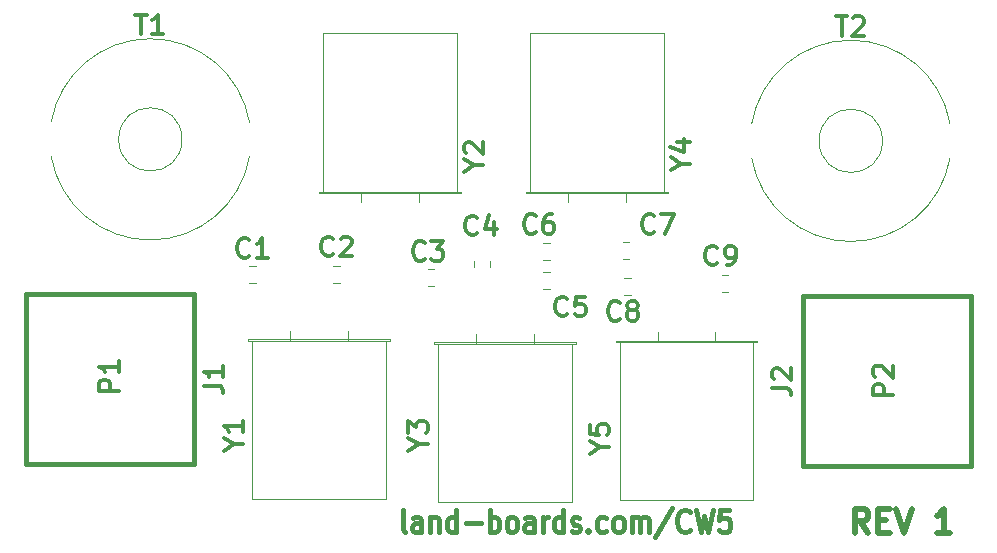
<source format=gbr>
G04 #@! TF.GenerationSoftware,KiCad,Pcbnew,(5.1.5)-3*
G04 #@! TF.CreationDate,2021-08-17T20:52:24-04:00*
G04 #@! TF.ProjectId,CW5,4357352e-6b69-4636-9164-5f7063625858,1*
G04 #@! TF.SameCoordinates,Original*
G04 #@! TF.FileFunction,Legend,Top*
G04 #@! TF.FilePolarity,Positive*
%FSLAX46Y46*%
G04 Gerber Fmt 4.6, Leading zero omitted, Abs format (unit mm)*
G04 Created by KiCad (PCBNEW (5.1.5)-3) date 2021-08-17 20:52:24*
%MOMM*%
%LPD*%
G04 APERTURE LIST*
%ADD10C,0.500000*%
%ADD11C,0.412750*%
%ADD12C,0.381000*%
%ADD13C,0.120000*%
%ADD14C,0.304800*%
G04 APERTURE END LIST*
D10*
X103588857Y-91595161D02*
X102922190Y-90642780D01*
X102446000Y-91595161D02*
X102446000Y-89595161D01*
X103207904Y-89595161D01*
X103398380Y-89690400D01*
X103493619Y-89785638D01*
X103588857Y-89976114D01*
X103588857Y-90261828D01*
X103493619Y-90452304D01*
X103398380Y-90547542D01*
X103207904Y-90642780D01*
X102446000Y-90642780D01*
X104446000Y-90547542D02*
X105112666Y-90547542D01*
X105398380Y-91595161D02*
X104446000Y-91595161D01*
X104446000Y-89595161D01*
X105398380Y-89595161D01*
X105969809Y-89595161D02*
X106636476Y-91595161D01*
X107303142Y-89595161D01*
X110541238Y-91595161D02*
X109398380Y-91595161D01*
X109969809Y-91595161D02*
X109969809Y-89595161D01*
X109779333Y-89880876D01*
X109588857Y-90071352D01*
X109398380Y-90166590D01*
D11*
X64396904Y-91552185D02*
X64239666Y-91461471D01*
X64161047Y-91280042D01*
X64161047Y-89647185D01*
X65733428Y-91552185D02*
X65733428Y-90554328D01*
X65654809Y-90372900D01*
X65497571Y-90282185D01*
X65183095Y-90282185D01*
X65025857Y-90372900D01*
X65733428Y-91461471D02*
X65576190Y-91552185D01*
X65183095Y-91552185D01*
X65025857Y-91461471D01*
X64947238Y-91280042D01*
X64947238Y-91098614D01*
X65025857Y-90917185D01*
X65183095Y-90826471D01*
X65576190Y-90826471D01*
X65733428Y-90735757D01*
X66519619Y-90282185D02*
X66519619Y-91552185D01*
X66519619Y-90463614D02*
X66598238Y-90372900D01*
X66755476Y-90282185D01*
X66991333Y-90282185D01*
X67148571Y-90372900D01*
X67227190Y-90554328D01*
X67227190Y-91552185D01*
X68720952Y-91552185D02*
X68720952Y-89647185D01*
X68720952Y-91461471D02*
X68563714Y-91552185D01*
X68249238Y-91552185D01*
X68092000Y-91461471D01*
X68013380Y-91370757D01*
X67934761Y-91189328D01*
X67934761Y-90645042D01*
X68013380Y-90463614D01*
X68092000Y-90372900D01*
X68249238Y-90282185D01*
X68563714Y-90282185D01*
X68720952Y-90372900D01*
X69507142Y-90826471D02*
X70765047Y-90826471D01*
X71551238Y-91552185D02*
X71551238Y-89647185D01*
X71551238Y-90372900D02*
X71708476Y-90282185D01*
X72022952Y-90282185D01*
X72180190Y-90372900D01*
X72258809Y-90463614D01*
X72337428Y-90645042D01*
X72337428Y-91189328D01*
X72258809Y-91370757D01*
X72180190Y-91461471D01*
X72022952Y-91552185D01*
X71708476Y-91552185D01*
X71551238Y-91461471D01*
X73280857Y-91552185D02*
X73123619Y-91461471D01*
X73045000Y-91370757D01*
X72966380Y-91189328D01*
X72966380Y-90645042D01*
X73045000Y-90463614D01*
X73123619Y-90372900D01*
X73280857Y-90282185D01*
X73516714Y-90282185D01*
X73673952Y-90372900D01*
X73752571Y-90463614D01*
X73831190Y-90645042D01*
X73831190Y-91189328D01*
X73752571Y-91370757D01*
X73673952Y-91461471D01*
X73516714Y-91552185D01*
X73280857Y-91552185D01*
X75246333Y-91552185D02*
X75246333Y-90554328D01*
X75167714Y-90372900D01*
X75010476Y-90282185D01*
X74696000Y-90282185D01*
X74538761Y-90372900D01*
X75246333Y-91461471D02*
X75089095Y-91552185D01*
X74696000Y-91552185D01*
X74538761Y-91461471D01*
X74460142Y-91280042D01*
X74460142Y-91098614D01*
X74538761Y-90917185D01*
X74696000Y-90826471D01*
X75089095Y-90826471D01*
X75246333Y-90735757D01*
X76032523Y-91552185D02*
X76032523Y-90282185D01*
X76032523Y-90645042D02*
X76111142Y-90463614D01*
X76189761Y-90372900D01*
X76347000Y-90282185D01*
X76504238Y-90282185D01*
X77762142Y-91552185D02*
X77762142Y-89647185D01*
X77762142Y-91461471D02*
X77604904Y-91552185D01*
X77290428Y-91552185D01*
X77133190Y-91461471D01*
X77054571Y-91370757D01*
X76975952Y-91189328D01*
X76975952Y-90645042D01*
X77054571Y-90463614D01*
X77133190Y-90372900D01*
X77290428Y-90282185D01*
X77604904Y-90282185D01*
X77762142Y-90372900D01*
X78469714Y-91461471D02*
X78626952Y-91552185D01*
X78941428Y-91552185D01*
X79098666Y-91461471D01*
X79177285Y-91280042D01*
X79177285Y-91189328D01*
X79098666Y-91007900D01*
X78941428Y-90917185D01*
X78705571Y-90917185D01*
X78548333Y-90826471D01*
X78469714Y-90645042D01*
X78469714Y-90554328D01*
X78548333Y-90372900D01*
X78705571Y-90282185D01*
X78941428Y-90282185D01*
X79098666Y-90372900D01*
X79884857Y-91370757D02*
X79963476Y-91461471D01*
X79884857Y-91552185D01*
X79806238Y-91461471D01*
X79884857Y-91370757D01*
X79884857Y-91552185D01*
X81378619Y-91461471D02*
X81221380Y-91552185D01*
X80906904Y-91552185D01*
X80749666Y-91461471D01*
X80671047Y-91370757D01*
X80592428Y-91189328D01*
X80592428Y-90645042D01*
X80671047Y-90463614D01*
X80749666Y-90372900D01*
X80906904Y-90282185D01*
X81221380Y-90282185D01*
X81378619Y-90372900D01*
X82322047Y-91552185D02*
X82164809Y-91461471D01*
X82086190Y-91370757D01*
X82007571Y-91189328D01*
X82007571Y-90645042D01*
X82086190Y-90463614D01*
X82164809Y-90372900D01*
X82322047Y-90282185D01*
X82557904Y-90282185D01*
X82715142Y-90372900D01*
X82793761Y-90463614D01*
X82872380Y-90645042D01*
X82872380Y-91189328D01*
X82793761Y-91370757D01*
X82715142Y-91461471D01*
X82557904Y-91552185D01*
X82322047Y-91552185D01*
X83579952Y-91552185D02*
X83579952Y-90282185D01*
X83579952Y-90463614D02*
X83658571Y-90372900D01*
X83815809Y-90282185D01*
X84051666Y-90282185D01*
X84208904Y-90372900D01*
X84287523Y-90554328D01*
X84287523Y-91552185D01*
X84287523Y-90554328D02*
X84366142Y-90372900D01*
X84523380Y-90282185D01*
X84759238Y-90282185D01*
X84916476Y-90372900D01*
X84995095Y-90554328D01*
X84995095Y-91552185D01*
X86960571Y-89556471D02*
X85545428Y-92005757D01*
X88454333Y-91370757D02*
X88375714Y-91461471D01*
X88139857Y-91552185D01*
X87982619Y-91552185D01*
X87746761Y-91461471D01*
X87589523Y-91280042D01*
X87510904Y-91098614D01*
X87432285Y-90735757D01*
X87432285Y-90463614D01*
X87510904Y-90100757D01*
X87589523Y-89919328D01*
X87746761Y-89737900D01*
X87982619Y-89647185D01*
X88139857Y-89647185D01*
X88375714Y-89737900D01*
X88454333Y-89828614D01*
X89004666Y-89647185D02*
X89397761Y-91552185D01*
X89712238Y-90191471D01*
X90026714Y-91552185D01*
X90419809Y-89647185D01*
X91834952Y-89647185D02*
X91048761Y-89647185D01*
X90970142Y-90554328D01*
X91048761Y-90463614D01*
X91206000Y-90372900D01*
X91599095Y-90372900D01*
X91756333Y-90463614D01*
X91834952Y-90554328D01*
X91913571Y-90735757D01*
X91913571Y-91189328D01*
X91834952Y-91370757D01*
X91756333Y-91461471D01*
X91599095Y-91552185D01*
X91206000Y-91552185D01*
X91048761Y-91461471D01*
X90970142Y-91370757D01*
D12*
X46476600Y-85813600D02*
X32275460Y-85813600D01*
X32280540Y-85818680D02*
X32280540Y-71419420D01*
X32275460Y-71414340D02*
X46476600Y-71414340D01*
X46494380Y-85813600D02*
X46494380Y-71414340D01*
X98071620Y-71564200D02*
X98071620Y-85963460D01*
X112290540Y-85963460D02*
X98089400Y-85963460D01*
X112285460Y-71559120D02*
X112285460Y-85958380D01*
X98089400Y-71564200D02*
X112290540Y-71564200D01*
D13*
X51430000Y-75345400D02*
X51430000Y-88745400D01*
X51430000Y-88745400D02*
X62730000Y-88745400D01*
X62730000Y-88745400D02*
X62730000Y-75345400D01*
X62730000Y-75345400D02*
X51430000Y-75345400D01*
X54630000Y-75345400D02*
X54630000Y-74495400D01*
X54630000Y-74495400D02*
X54630000Y-74495400D01*
X59530000Y-75345400D02*
X59530000Y-74495400D01*
X59530000Y-74495400D02*
X59530000Y-74495400D01*
X51080000Y-75345400D02*
X51080000Y-75225400D01*
X51080000Y-75225400D02*
X63080000Y-75225400D01*
X63080000Y-75225400D02*
X63080000Y-75345400D01*
X63080000Y-75345400D02*
X51080000Y-75345400D01*
X68752000Y-62728400D02*
X68752000Y-49328400D01*
X68752000Y-49328400D02*
X57452000Y-49328400D01*
X57452000Y-49328400D02*
X57452000Y-62728400D01*
X57452000Y-62728400D02*
X68752000Y-62728400D01*
X65552000Y-62728400D02*
X65552000Y-63578400D01*
X65552000Y-63578400D02*
X65552000Y-63578400D01*
X60652000Y-62728400D02*
X60652000Y-63578400D01*
X60652000Y-63578400D02*
X60652000Y-63578400D01*
X69102000Y-62728400D02*
X69102000Y-62848400D01*
X69102000Y-62848400D02*
X57102000Y-62848400D01*
X57102000Y-62848400D02*
X57102000Y-62728400D01*
X57102000Y-62728400D02*
X69102000Y-62728400D01*
X78828000Y-75599400D02*
X66828000Y-75599400D01*
X78828000Y-75479400D02*
X78828000Y-75599400D01*
X66828000Y-75479400D02*
X78828000Y-75479400D01*
X66828000Y-75599400D02*
X66828000Y-75479400D01*
X75278000Y-74749400D02*
X75278000Y-74749400D01*
X75278000Y-75599400D02*
X75278000Y-74749400D01*
X70378000Y-74749400D02*
X70378000Y-74749400D01*
X70378000Y-75599400D02*
X70378000Y-74749400D01*
X78478000Y-75599400D02*
X67178000Y-75599400D01*
X78478000Y-88999400D02*
X78478000Y-75599400D01*
X67178000Y-88999400D02*
X78478000Y-88999400D01*
X67178000Y-75599400D02*
X67178000Y-88999400D01*
X86278000Y-62728400D02*
X86278000Y-49328400D01*
X86278000Y-49328400D02*
X74978000Y-49328400D01*
X74978000Y-49328400D02*
X74978000Y-62728400D01*
X74978000Y-62728400D02*
X86278000Y-62728400D01*
X83078000Y-62728400D02*
X83078000Y-63578400D01*
X83078000Y-63578400D02*
X83078000Y-63578400D01*
X78178000Y-62728400D02*
X78178000Y-63578400D01*
X78178000Y-63578400D02*
X78178000Y-63578400D01*
X86628000Y-62728400D02*
X86628000Y-62848400D01*
X86628000Y-62848400D02*
X74628000Y-62848400D01*
X74628000Y-62848400D02*
X74628000Y-62728400D01*
X74628000Y-62728400D02*
X86628000Y-62728400D01*
X94195000Y-75472400D02*
X82195000Y-75472400D01*
X94195000Y-75352400D02*
X94195000Y-75472400D01*
X82195000Y-75352400D02*
X94195000Y-75352400D01*
X82195000Y-75472400D02*
X82195000Y-75352400D01*
X90645000Y-74622400D02*
X90645000Y-74622400D01*
X90645000Y-75472400D02*
X90645000Y-74622400D01*
X85745000Y-74622400D02*
X85745000Y-74622400D01*
X85745000Y-75472400D02*
X85745000Y-74622400D01*
X93845000Y-75472400D02*
X82545000Y-75472400D01*
X93845000Y-88872400D02*
X93845000Y-75472400D01*
X82545000Y-88872400D02*
X93845000Y-88872400D01*
X82545000Y-75472400D02*
X82545000Y-88872400D01*
X51196974Y-56845400D02*
G75*
G03X34409026Y-56845400I-8393974J-1460000D01*
G01*
X51196974Y-59765400D02*
G75*
G02X34409026Y-59765400I-8393974J1460000D01*
G01*
X45483000Y-58305400D02*
G75*
G03X45483000Y-58305400I-2680000J0D01*
G01*
X104792000Y-58432400D02*
G75*
G03X104792000Y-58432400I-2680000J0D01*
G01*
X110505974Y-59892400D02*
G75*
G02X93718026Y-59892400I-8393974J1460000D01*
G01*
X110505974Y-56972400D02*
G75*
G03X93718026Y-56972400I-8393974J-1460000D01*
G01*
X51716252Y-69025400D02*
X51193748Y-69025400D01*
X51716252Y-70445400D02*
X51193748Y-70445400D01*
X58828252Y-70445400D02*
X58305748Y-70445400D01*
X58828252Y-69025400D02*
X58305748Y-69025400D01*
X66306748Y-70699400D02*
X66829252Y-70699400D01*
X66306748Y-69279400D02*
X66829252Y-69279400D01*
X70176000Y-69107652D02*
X70176000Y-68585148D01*
X71596000Y-69107652D02*
X71596000Y-68585148D01*
X76085748Y-70953400D02*
X76608252Y-70953400D01*
X76085748Y-69533400D02*
X76608252Y-69533400D01*
X76085748Y-67120400D02*
X76608252Y-67120400D01*
X76085748Y-68540400D02*
X76608252Y-68540400D01*
X82816748Y-66993400D02*
X83339252Y-66993400D01*
X82816748Y-68413400D02*
X83339252Y-68413400D01*
X83466252Y-70041400D02*
X82943748Y-70041400D01*
X83466252Y-71461400D02*
X82943748Y-71461400D01*
X91198748Y-69787400D02*
X91721252Y-69787400D01*
X91198748Y-71207400D02*
X91721252Y-71207400D01*
D14*
X47337780Y-79150333D02*
X48517066Y-79150333D01*
X48752923Y-79228952D01*
X48910161Y-79386190D01*
X48988780Y-79622047D01*
X48988780Y-79779285D01*
X48988780Y-77499333D02*
X48988780Y-78442761D01*
X48988780Y-77971047D02*
X47337780Y-77971047D01*
X47573638Y-78128285D01*
X47730876Y-78285523D01*
X47809495Y-78442761D01*
X95419980Y-79328133D02*
X96599266Y-79328133D01*
X96835123Y-79406752D01*
X96992361Y-79563990D01*
X97070980Y-79799847D01*
X97070980Y-79957085D01*
X95577219Y-78620561D02*
X95498600Y-78541942D01*
X95419980Y-78384704D01*
X95419980Y-77991609D01*
X95498600Y-77834371D01*
X95577219Y-77755752D01*
X95734457Y-77677133D01*
X95891695Y-77677133D01*
X96127552Y-77755752D01*
X97070980Y-78699180D01*
X97070980Y-77677133D01*
X40136880Y-79589995D02*
X38485880Y-79589995D01*
X38485880Y-78961042D01*
X38564500Y-78803804D01*
X38643119Y-78725185D01*
X38800357Y-78646566D01*
X39036214Y-78646566D01*
X39193452Y-78725185D01*
X39272071Y-78803804D01*
X39350690Y-78961042D01*
X39350690Y-79589995D01*
X40136880Y-77074185D02*
X40136880Y-78017614D01*
X40136880Y-77545900D02*
X38485880Y-77545900D01*
X38721738Y-77703138D01*
X38878976Y-77860376D01*
X38957595Y-78017614D01*
X105668880Y-79970995D02*
X104017880Y-79970995D01*
X104017880Y-79342042D01*
X104096500Y-79184804D01*
X104175119Y-79106185D01*
X104332357Y-79027566D01*
X104568214Y-79027566D01*
X104725452Y-79106185D01*
X104804071Y-79184804D01*
X104882690Y-79342042D01*
X104882690Y-79970995D01*
X104175119Y-78398614D02*
X104096500Y-78319995D01*
X104017880Y-78162757D01*
X104017880Y-77769661D01*
X104096500Y-77612423D01*
X104175119Y-77533804D01*
X104332357Y-77455185D01*
X104489595Y-77455185D01*
X104725452Y-77533804D01*
X105668880Y-78477233D01*
X105668880Y-77455185D01*
X49891690Y-84110590D02*
X50677880Y-84110590D01*
X49026880Y-84660923D02*
X49891690Y-84110590D01*
X49026880Y-83560257D01*
X50677880Y-82145114D02*
X50677880Y-83088542D01*
X50677880Y-82616828D02*
X49026880Y-82616828D01*
X49262738Y-82774066D01*
X49419976Y-82931304D01*
X49498595Y-83088542D01*
X70211690Y-60488590D02*
X70997880Y-60488590D01*
X69346880Y-61038923D02*
X70211690Y-60488590D01*
X69346880Y-59938257D01*
X69504119Y-59466542D02*
X69425500Y-59387923D01*
X69346880Y-59230685D01*
X69346880Y-58837590D01*
X69425500Y-58680352D01*
X69504119Y-58601733D01*
X69661357Y-58523114D01*
X69818595Y-58523114D01*
X70054452Y-58601733D01*
X70997880Y-59545161D01*
X70997880Y-58523114D01*
X65512690Y-84110590D02*
X66298880Y-84110590D01*
X64647880Y-84660923D02*
X65512690Y-84110590D01*
X64647880Y-83560257D01*
X64647880Y-83167161D02*
X64647880Y-82145114D01*
X65276833Y-82695447D01*
X65276833Y-82459590D01*
X65355452Y-82302352D01*
X65434071Y-82223733D01*
X65591309Y-82145114D01*
X65984404Y-82145114D01*
X66141642Y-82223733D01*
X66220261Y-82302352D01*
X66298880Y-82459590D01*
X66298880Y-82931304D01*
X66220261Y-83088542D01*
X66141642Y-83167161D01*
X87737690Y-60361590D02*
X88523880Y-60361590D01*
X86872880Y-60911923D02*
X87737690Y-60361590D01*
X86872880Y-59811257D01*
X87423214Y-58553352D02*
X88523880Y-58553352D01*
X86794261Y-58946447D02*
X87973547Y-59339542D01*
X87973547Y-58317495D01*
X80879690Y-84364590D02*
X81665880Y-84364590D01*
X80014880Y-84914923D02*
X80879690Y-84364590D01*
X80014880Y-83814257D01*
X80014880Y-82477733D02*
X80014880Y-83263923D01*
X80801071Y-83342542D01*
X80722452Y-83263923D01*
X80643833Y-83106685D01*
X80643833Y-82713590D01*
X80722452Y-82556352D01*
X80801071Y-82477733D01*
X80958309Y-82399114D01*
X81351404Y-82399114D01*
X81508642Y-82477733D01*
X81587261Y-82556352D01*
X81665880Y-82713590D01*
X81665880Y-83106685D01*
X81587261Y-83263923D01*
X81508642Y-83342542D01*
X41545095Y-47751280D02*
X42488523Y-47751280D01*
X42016809Y-49402280D02*
X42016809Y-47751280D01*
X43903666Y-49402280D02*
X42960238Y-49402280D01*
X43431952Y-49402280D02*
X43431952Y-47751280D01*
X43274714Y-47987138D01*
X43117476Y-48144376D01*
X42960238Y-48222995D01*
X100854095Y-47878280D02*
X101797523Y-47878280D01*
X101325809Y-49529280D02*
X101325809Y-47878280D01*
X102269238Y-48035519D02*
X102347857Y-47956900D01*
X102505095Y-47878280D01*
X102898190Y-47878280D01*
X103055428Y-47956900D01*
X103134047Y-48035519D01*
X103212666Y-48192757D01*
X103212666Y-48349995D01*
X103134047Y-48585852D01*
X102190619Y-49529280D01*
X103212666Y-49529280D01*
X51179833Y-68166042D02*
X51101214Y-68244661D01*
X50865357Y-68323280D01*
X50708119Y-68323280D01*
X50472261Y-68244661D01*
X50315023Y-68087423D01*
X50236404Y-67930185D01*
X50157785Y-67615709D01*
X50157785Y-67379852D01*
X50236404Y-67065376D01*
X50315023Y-66908138D01*
X50472261Y-66750900D01*
X50708119Y-66672280D01*
X50865357Y-66672280D01*
X51101214Y-66750900D01*
X51179833Y-66829519D01*
X52752214Y-68323280D02*
X51808785Y-68323280D01*
X52280500Y-68323280D02*
X52280500Y-66672280D01*
X52123261Y-66908138D01*
X51966023Y-67065376D01*
X51808785Y-67143995D01*
X58291833Y-68039042D02*
X58213214Y-68117661D01*
X57977357Y-68196280D01*
X57820119Y-68196280D01*
X57584261Y-68117661D01*
X57427023Y-67960423D01*
X57348404Y-67803185D01*
X57269785Y-67488709D01*
X57269785Y-67252852D01*
X57348404Y-66938376D01*
X57427023Y-66781138D01*
X57584261Y-66623900D01*
X57820119Y-66545280D01*
X57977357Y-66545280D01*
X58213214Y-66623900D01*
X58291833Y-66702519D01*
X58920785Y-66702519D02*
X58999404Y-66623900D01*
X59156642Y-66545280D01*
X59549738Y-66545280D01*
X59706976Y-66623900D01*
X59785595Y-66702519D01*
X59864214Y-66859757D01*
X59864214Y-67016995D01*
X59785595Y-67252852D01*
X58842166Y-68196280D01*
X59864214Y-68196280D01*
X66038833Y-68420042D02*
X65960214Y-68498661D01*
X65724357Y-68577280D01*
X65567119Y-68577280D01*
X65331261Y-68498661D01*
X65174023Y-68341423D01*
X65095404Y-68184185D01*
X65016785Y-67869709D01*
X65016785Y-67633852D01*
X65095404Y-67319376D01*
X65174023Y-67162138D01*
X65331261Y-67004900D01*
X65567119Y-66926280D01*
X65724357Y-66926280D01*
X65960214Y-67004900D01*
X66038833Y-67083519D01*
X66589166Y-66926280D02*
X67611214Y-66926280D01*
X67060880Y-67555233D01*
X67296738Y-67555233D01*
X67453976Y-67633852D01*
X67532595Y-67712471D01*
X67611214Y-67869709D01*
X67611214Y-68262804D01*
X67532595Y-68420042D01*
X67453976Y-68498661D01*
X67296738Y-68577280D01*
X66825023Y-68577280D01*
X66667785Y-68498661D01*
X66589166Y-68420042D01*
X70483833Y-66261042D02*
X70405214Y-66339661D01*
X70169357Y-66418280D01*
X70012119Y-66418280D01*
X69776261Y-66339661D01*
X69619023Y-66182423D01*
X69540404Y-66025185D01*
X69461785Y-65710709D01*
X69461785Y-65474852D01*
X69540404Y-65160376D01*
X69619023Y-65003138D01*
X69776261Y-64845900D01*
X70012119Y-64767280D01*
X70169357Y-64767280D01*
X70405214Y-64845900D01*
X70483833Y-64924519D01*
X71898976Y-65317614D02*
X71898976Y-66418280D01*
X71505880Y-64688661D02*
X71112785Y-65867947D01*
X72134833Y-65867947D01*
X78103833Y-73119042D02*
X78025214Y-73197661D01*
X77789357Y-73276280D01*
X77632119Y-73276280D01*
X77396261Y-73197661D01*
X77239023Y-73040423D01*
X77160404Y-72883185D01*
X77081785Y-72568709D01*
X77081785Y-72332852D01*
X77160404Y-72018376D01*
X77239023Y-71861138D01*
X77396261Y-71703900D01*
X77632119Y-71625280D01*
X77789357Y-71625280D01*
X78025214Y-71703900D01*
X78103833Y-71782519D01*
X79597595Y-71625280D02*
X78811404Y-71625280D01*
X78732785Y-72411471D01*
X78811404Y-72332852D01*
X78968642Y-72254233D01*
X79361738Y-72254233D01*
X79518976Y-72332852D01*
X79597595Y-72411471D01*
X79676214Y-72568709D01*
X79676214Y-72961804D01*
X79597595Y-73119042D01*
X79518976Y-73197661D01*
X79361738Y-73276280D01*
X78968642Y-73276280D01*
X78811404Y-73197661D01*
X78732785Y-73119042D01*
X75436833Y-66134042D02*
X75358214Y-66212661D01*
X75122357Y-66291280D01*
X74965119Y-66291280D01*
X74729261Y-66212661D01*
X74572023Y-66055423D01*
X74493404Y-65898185D01*
X74414785Y-65583709D01*
X74414785Y-65347852D01*
X74493404Y-65033376D01*
X74572023Y-64876138D01*
X74729261Y-64718900D01*
X74965119Y-64640280D01*
X75122357Y-64640280D01*
X75358214Y-64718900D01*
X75436833Y-64797519D01*
X76851976Y-64640280D02*
X76537500Y-64640280D01*
X76380261Y-64718900D01*
X76301642Y-64797519D01*
X76144404Y-65033376D01*
X76065785Y-65347852D01*
X76065785Y-65976804D01*
X76144404Y-66134042D01*
X76223023Y-66212661D01*
X76380261Y-66291280D01*
X76694738Y-66291280D01*
X76851976Y-66212661D01*
X76930595Y-66134042D01*
X77009214Y-65976804D01*
X77009214Y-65583709D01*
X76930595Y-65426471D01*
X76851976Y-65347852D01*
X76694738Y-65269233D01*
X76380261Y-65269233D01*
X76223023Y-65347852D01*
X76144404Y-65426471D01*
X76065785Y-65583709D01*
X85469833Y-66134042D02*
X85391214Y-66212661D01*
X85155357Y-66291280D01*
X84998119Y-66291280D01*
X84762261Y-66212661D01*
X84605023Y-66055423D01*
X84526404Y-65898185D01*
X84447785Y-65583709D01*
X84447785Y-65347852D01*
X84526404Y-65033376D01*
X84605023Y-64876138D01*
X84762261Y-64718900D01*
X84998119Y-64640280D01*
X85155357Y-64640280D01*
X85391214Y-64718900D01*
X85469833Y-64797519D01*
X86020166Y-64640280D02*
X87120833Y-64640280D01*
X86413261Y-66291280D01*
X82548833Y-73500042D02*
X82470214Y-73578661D01*
X82234357Y-73657280D01*
X82077119Y-73657280D01*
X81841261Y-73578661D01*
X81684023Y-73421423D01*
X81605404Y-73264185D01*
X81526785Y-72949709D01*
X81526785Y-72713852D01*
X81605404Y-72399376D01*
X81684023Y-72242138D01*
X81841261Y-72084900D01*
X82077119Y-72006280D01*
X82234357Y-72006280D01*
X82470214Y-72084900D01*
X82548833Y-72163519D01*
X83492261Y-72713852D02*
X83335023Y-72635233D01*
X83256404Y-72556614D01*
X83177785Y-72399376D01*
X83177785Y-72320757D01*
X83256404Y-72163519D01*
X83335023Y-72084900D01*
X83492261Y-72006280D01*
X83806738Y-72006280D01*
X83963976Y-72084900D01*
X84042595Y-72163519D01*
X84121214Y-72320757D01*
X84121214Y-72399376D01*
X84042595Y-72556614D01*
X83963976Y-72635233D01*
X83806738Y-72713852D01*
X83492261Y-72713852D01*
X83335023Y-72792471D01*
X83256404Y-72871090D01*
X83177785Y-73028328D01*
X83177785Y-73342804D01*
X83256404Y-73500042D01*
X83335023Y-73578661D01*
X83492261Y-73657280D01*
X83806738Y-73657280D01*
X83963976Y-73578661D01*
X84042595Y-73500042D01*
X84121214Y-73342804D01*
X84121214Y-73028328D01*
X84042595Y-72871090D01*
X83963976Y-72792471D01*
X83806738Y-72713852D01*
X90803833Y-68801042D02*
X90725214Y-68879661D01*
X90489357Y-68958280D01*
X90332119Y-68958280D01*
X90096261Y-68879661D01*
X89939023Y-68722423D01*
X89860404Y-68565185D01*
X89781785Y-68250709D01*
X89781785Y-68014852D01*
X89860404Y-67700376D01*
X89939023Y-67543138D01*
X90096261Y-67385900D01*
X90332119Y-67307280D01*
X90489357Y-67307280D01*
X90725214Y-67385900D01*
X90803833Y-67464519D01*
X91590023Y-68958280D02*
X91904500Y-68958280D01*
X92061738Y-68879661D01*
X92140357Y-68801042D01*
X92297595Y-68565185D01*
X92376214Y-68250709D01*
X92376214Y-67621757D01*
X92297595Y-67464519D01*
X92218976Y-67385900D01*
X92061738Y-67307280D01*
X91747261Y-67307280D01*
X91590023Y-67385900D01*
X91511404Y-67464519D01*
X91432785Y-67621757D01*
X91432785Y-68014852D01*
X91511404Y-68172090D01*
X91590023Y-68250709D01*
X91747261Y-68329328D01*
X92061738Y-68329328D01*
X92218976Y-68250709D01*
X92297595Y-68172090D01*
X92376214Y-68014852D01*
M02*

</source>
